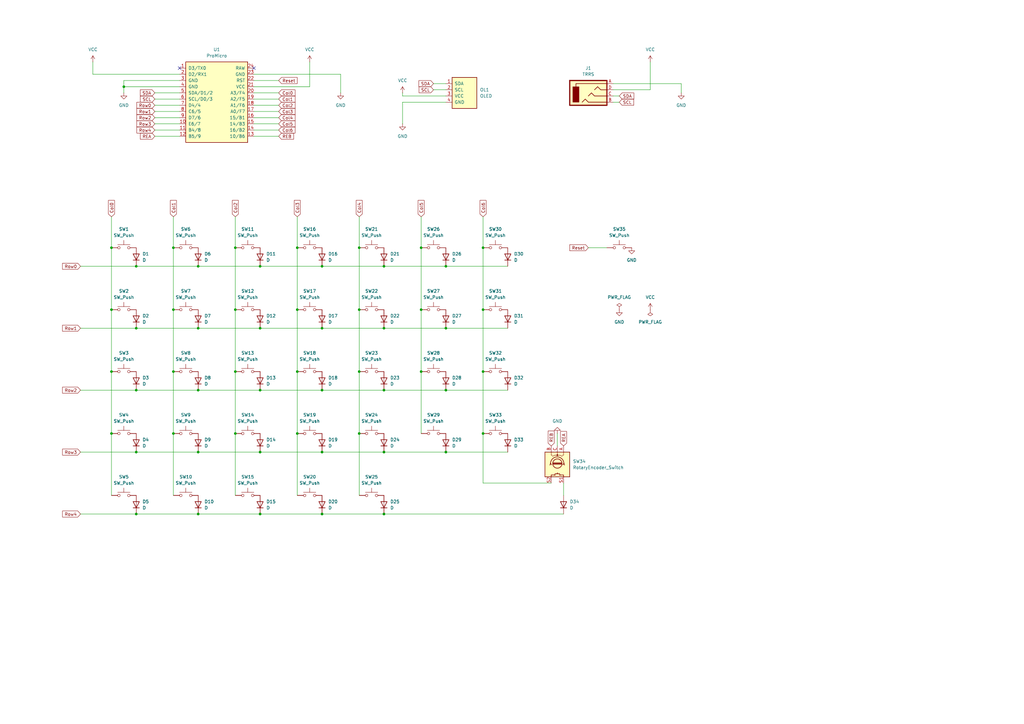
<source format=kicad_sch>
(kicad_sch (version 20231120) (generator "eeschema") (generator_version "8.0")
  (paper "A3")
  (lib_symbols
    (symbol "BrownSugar_KBD:OLED" (pin_names (offset 1.016))
      (property "Reference" "OL" (at 0 7.62 0))
      (property "Value" "OLED" (at 0 -7.62 0))
      (symbol "OLED_0_1"
        (rectangle (start -5.08 6.35) (end 5.08 -6.35) (stroke (width 0.254)) (fill (type background)))
      )
      (symbol "OLED_1_1"
        (pin bidirectional line (at -7.62 3.81 0) (length 2.54) (name "SDA") (number "1"))
        (pin bidirectional line (at -7.62 1.27 0) (length 2.54) (name "SCL") (number "2"))
        (pin power_in line (at -7.62 -1.27 0) (length 2.54) (name "VCC") (number "3"))
        (pin power_in line (at -7.62 -3.81 0) (length 2.54) (name "GND") (number "4"))
      )
    )
    (symbol "BrownSugar_KBD:ProMicro" (pin_names (offset 1.016))
      (property "Reference" "U" (at 0 17.78 0))
      (property "Value" "ProMicro" (at 0 -17.78 0))
      (symbol "ProMicro_0_1"
        (rectangle (start -12.7 16.51) (end 12.7 -16.51) (stroke (width 0.254)) (fill (type background)))
      )
      (symbol "ProMicro_1_1"
        (pin bidirectional line (at -15.24 13.97 0) (length 2.54) (name "D3/TX0") (number "1"))
        (pin bidirectional line (at -15.24 -8.89 0) (length 2.54) (name "E6/7") (number "10"))
        (pin bidirectional line (at -15.24 -11.43 0) (length 2.54) (name "B4/8") (number "11"))
        (pin bidirectional line (at -15.24 -13.97 0) (length 2.54) (name "B5/9") (number "12"))
        (pin bidirectional line (at 15.24 -13.97 180) (length 2.54) (name "10/B6") (number "13"))
        (pin bidirectional line (at 15.24 -11.43 180) (length 2.54) (name "16/B2") (number "14"))
        (pin bidirectional line (at 15.24 -8.89 180) (length 2.54) (name "14/B3") (number "15"))
        (pin bidirectional line (at 15.24 -6.35 180) (length 2.54) (name "15/B1") (number "16"))
        (pin bidirectional line (at 15.24 -3.81 180) (length 2.54) (name "A0/F7") (number "17"))
        (pin bidirectional line (at 15.24 -1.27 180) (length 2.54) (name "A1/F6") (number "18"))
        (pin bidirectional line (at 15.24 1.27 180) (length 2.54) (name "A2/F5") (number "19"))
        (pin bidirectional line (at -15.24 11.43 0) (length 2.54) (name "D2/RX1") (number "2"))
        (pin bidirectional line (at 15.24 3.81 180) (length 2.54) (name "A3/F4") (number "20"))
        (pin power_in line (at 15.24 6.35 180) (length 2.54) (name "VCC") (number "21"))
        (pin input line (at 15.24 8.89 180) (length 2.54) (name "RST") (number "22"))
        (pin power_in line (at 15.24 11.43 180) (length 2.54) (name "GND") (number "23"))
        (pin power_in line (at 15.24 13.97 180) (length 2.54) (name "RAW") (number "24"))
        (pin power_in line (at -15.24 8.89 0) (length 2.54) (name "GND") (number "3"))
        (pin power_in line (at -15.24 6.35 0) (length 2.54) (name "GND") (number "4"))
        (pin bidirectional line (at -15.24 3.81 0) (length 2.54) (name "SDA/D1/2") (number "5"))
        (pin bidirectional line (at -15.24 1.27 0) (length 2.54) (name "SCL/D0/3") (number "6"))
        (pin bidirectional line (at -15.24 -1.27 0) (length 2.54) (name "D4/4") (number "7"))
        (pin bidirectional line (at -15.24 -3.81 0) (length 2.54) (name "C6/5") (number "8"))
        (pin bidirectional line (at -15.24 -6.35 0) (length 2.54) (name "D7/6") (number "9"))
      )
    )
    (symbol "BrownSugar_KBD:TRRS" (pin_names (offset 1.016))
      (property "Reference" "J" (at 0 8.89 0))
      (property "Value" "TRRS" (at 0 6.35 0))
      (symbol "TRRS_0_1"
        (rectangle (start -7.62 5.08) (end 7.62 -5.08) (stroke (width 0.508)) (fill (type background)))
        (rectangle (start -6.35 2.54) (end -3.81 -3.81) (stroke (width 0.127)) (fill (type outline)))
        (polyline (pts (xy 7.62 3.81) (xy -5.08 3.81) (xy -5.08 2.54)) (stroke (width 0.254)))
        (polyline (pts (xy 7.62 -3.81) (xy 0 -3.81) (xy -1.27 -2.54) (xy -2.54 -3.81)) (stroke (width 0.254)))
        (polyline (pts (xy 7.62 -1.27) (xy 2.54 -1.27) (xy 1.27 0) (xy 0 -1.27)) (stroke (width 0.254)))
        (polyline (pts (xy 7.62 1.27) (xy 5.08 1.27) (xy 3.81 2.54) (xy 2.54 1.27)) (stroke (width 0.254)))
      )
      (symbol "TRRS_1_1"
        (pin bidirectional line (at 10.16 3.81 180) (length 2.54) (name "~") (number "A"))
        (pin bidirectional line (at 10.16 -3.81 180) (length 2.54) (name "~") (number "B"))
        (pin bidirectional line (at 10.16 -1.27 180) (length 2.54) (name "~") (number "C"))
        (pin bidirectional line (at 10.16 1.27 180) (length 2.54) (name "~") (number "D"))
      )
    )
    (symbol "Device:D" (pin_numbers hide) (pin_names (offset 1.016) hide)
      (property "Reference" "D" (at 0 2.54 0))
      (property "Value" "D" (at 0 -2.54 0))
      (symbol "D_0_1"
        (polyline (pts (xy -1.27 1.27) (xy -1.27 -1.27)) (stroke (width 0.254)))
        (polyline (pts (xy 1.27 0) (xy -1.27 0)))
        (polyline (pts (xy 1.27 1.27) (xy 1.27 -1.27) (xy -1.27 0) (xy 1.27 1.27)) (stroke (width 0.254)))
      )
      (symbol "D_1_1"
        (pin passive line (at -3.81 0 0) (length 2.54) (name "K") (number "1"))
        (pin passive line (at 3.81 0 180) (length 2.54) (name "A") (number "2"))
      )
    )
    (symbol "Device:RotaryEncoder_Switch" (pin_names (offset 0.254) hide)
      (property "Reference" "SW" (at 0 6.604 0))
      (property "Value" "RotaryEncoder_Switch" (at 0 -6.604 0))
      (symbol "RotaryEncoder_Switch_0_1"
        (rectangle (start -5.08 5.08) (end 5.08 -5.08) (stroke (width 0.254)) (fill (type background)))
        (circle (center -3.81 0) (radius 0.254) (fill (type outline)))
        (circle (center -0.381 0) (radius 1.905) (stroke (width 0.254)))
        (arc (start -0.381 2.667) (mid -3.0988 -0.0635) (end -0.381 -2.794) (stroke (width 0.254)))
        (polyline (pts (xy -0.635 -1.778) (xy -0.635 1.778)) (stroke (width 0.254)))
        (polyline (pts (xy -0.381 -1.778) (xy -0.381 1.778)) (stroke (width 0.254)))
        (polyline (pts (xy -0.127 1.778) (xy -0.127 -1.778)) (stroke (width 0.254)))
        (polyline (pts (xy 3.81 0) (xy 3.429 0)) (stroke (width 0.254)))
        (polyline (pts (xy 3.81 1.016) (xy 3.81 -1.016)) (stroke (width 0.254)))
        (polyline (pts (xy -5.08 -2.54) (xy -3.81 -2.54) (xy -3.81 -2.032)))
        (polyline (pts (xy -5.08 2.54) (xy -3.81 2.54) (xy -3.81 2.032)))
        (polyline (pts (xy 0.254 -3.048) (xy -0.508 -2.794) (xy 0.127 -2.413)) (stroke (width 0.254)))
        (polyline (pts (xy 0.254 2.921) (xy -0.508 2.667) (xy 0.127 2.286)) (stroke (width 0.254)))
        (polyline (pts (xy 5.08 -2.54) (xy 4.318 -2.54) (xy 4.318 -1.016)) (stroke (width 0.254)))
        (polyline (pts (xy 5.08 2.54) (xy 4.318 2.54) (xy 4.318 1.016)) (stroke (width 0.254)))
        (polyline (pts (xy -5.08 0) (xy -3.81 0) (xy -3.81 -1.016) (xy -3.302 -2.032)))
        (polyline (pts (xy -4.318 0) (xy -3.81 0) (xy -3.81 1.016) (xy -3.302 2.032)))
        (circle (center 4.318 -1.016) (radius 0.127) (stroke (width 0.254)))
        (circle (center 4.318 1.016) (radius 0.127) (stroke (width 0.254)))
      )
      (symbol "RotaryEncoder_Switch_1_1"
        (pin passive line (at -7.62 2.54 0) (length 2.54) (name "A") (number "A"))
        (pin passive line (at -7.62 -2.54 0) (length 2.54) (name "B") (number "B"))
        (pin passive line (at -7.62 0 0) (length 2.54) (name "C") (number "C"))
        (pin passive line (at 7.62 2.54 180) (length 2.54) (name "S1") (number "S1"))
        (pin passive line (at 7.62 -2.54 180) (length 2.54) (name "S2") (number "S2"))
      )
    )
    (symbol "Switch:SW_Push" (pin_numbers hide) (pin_names (offset 1.016) hide)
      (property "Reference" "SW" (at 1.27 2.54 0))
      (property "Value" "SW_Push" (at 0 -1.524 0))
      (symbol "SW_Push_0_1"
        (circle (center -2.032 0) (radius 0.508))
        (polyline (pts (xy 0 1.27) (xy 0 3.048)))
        (polyline (pts (xy 2.54 1.27) (xy -2.54 1.27)))
        (circle (center 2.032 0) (radius 0.508))
        (pin passive line (at -5.08 0 0) (length 2.54) (name "1") (number "1"))
        (pin passive line (at 5.08 0 180) (length 2.54) (name "2") (number "2"))
      )
    )
    (symbol "power:GND" (power) (pin_numbers hide) (pin_names (offset 0) hide)
      (property "Value" "GND" (at 0 -3.81 0))
      (symbol "GND_0_1"
        (polyline (pts (xy 0 0) (xy 0 -1.27) (xy 1.27 -1.27) (xy 0 -2.54) (xy -1.27 -1.27) (xy 0 -1.27)))
      )
      (symbol "GND_1_1"
        (pin power_in line (at 0 0 270) (length 0) (name "~") (number "1"))
      )
    )
    (symbol "power:PWR_FLAG" (power) (pin_numbers hide) (pin_names (offset 0) hide)
      (property "Value" "PWR_FLAG" (at 0 3.81 0))
      (symbol "PWR_FLAG_0_0"
        (pin power_out line (at 0 0 90) (length 0) (name "~") (number "1"))
      )
      (symbol "PWR_FLAG_0_1"
        (polyline (pts (xy 0 0) (xy 0 1.27) (xy -1.016 1.905) (xy 0 2.54) (xy 1.016 1.905) (xy 0 1.27)))
      )
    )
    (symbol "power:VCC" (power) (pin_numbers hide) (pin_names (offset 0) hide)
      (property "Value" "VCC" (at 0 3.556 0))
      (symbol "VCC_0_1"
        (polyline (pts (xy -0.762 1.27) (xy 0 2.54)))
        (polyline (pts (xy 0 0) (xy 0 2.54)))
        (polyline (pts (xy 0 2.54) (xy 0.762 1.27)))
      )
      (symbol "VCC_1_1"
        (pin power_in line (at 0 0 90) (length 0) (name "~") (number "1"))
      )
    )
  )
  (junction (at 198.12 177.8))
  (junction (at 147.32 152.4))
  (junction (at 71.12 127))
  (junction (at 132.08 134.62))
  (junction (at 147.32 127))
  (junction (at 157.48 109.22))
  (junction (at 132.08 185.42))
  (junction (at 55.88 160.02))
  (junction (at 182.88 134.62))
  (junction (at 132.08 160.02))
  (junction (at 106.68 160.02))
  (junction (at 81.28 109.22))
  (junction (at 147.32 177.8))
  (junction (at 182.88 160.02))
  (junction (at 157.48 160.02))
  (junction (at 172.72 127))
  (junction (at 81.28 134.62))
  (junction (at 106.68 109.22))
  (junction (at 132.08 109.22))
  (junction (at 172.72 152.4))
  (junction (at 50.8 35.56))
  (junction (at 198.12 101.6))
  (junction (at 198.12 152.4))
  (junction (at 121.92 101.6))
  (junction (at 96.52 127))
  (junction (at 121.92 152.4))
  (junction (at 45.72 152.4))
  (junction (at 96.52 177.8))
  (junction (at 81.28 160.02))
  (junction (at 96.52 101.6))
  (junction (at 96.52 152.4))
  (junction (at 45.72 177.8))
  (junction (at 45.72 127))
  (junction (at 157.48 185.42))
  (junction (at 121.92 127))
  (junction (at 81.28 210.82))
  (junction (at 172.72 101.6))
  (junction (at 55.88 210.82))
  (junction (at 71.12 177.8))
  (junction (at 55.88 134.62))
  (junction (at 157.48 134.62))
  (junction (at 132.08 210.82))
  (junction (at 55.88 109.22))
  (junction (at 71.12 101.6))
  (junction (at 182.88 185.42))
  (junction (at 106.68 185.42))
  (junction (at 147.32 101.6))
  (junction (at 121.92 177.8))
  (junction (at 198.12 127))
  (junction (at 81.28 185.42))
  (junction (at 106.68 134.62))
  (junction (at 55.88 185.42))
  (junction (at 71.12 152.4))
  (junction (at 106.68 210.82))
  (junction (at 182.88 109.22))
  (junction (at 45.72 101.6))
  (junction (at 157.48 210.82))
  (no_connect (at 73.66 27.94))
  (no_connect (at 104.14 27.94))
  (wire (pts (xy 172.72 152.4) (xy 172.72 177.8)))
  (wire (pts (xy 104.14 35.56) (xy 127 35.56)))
  (wire (pts (xy 106.68 109.22) (xy 132.08 109.22)))
  (wire (pts (xy 63.5 45.72) (xy 73.66 45.72)))
  (wire (pts (xy 104.14 43.18) (xy 114.3 43.18)))
  (wire (pts (xy 139.7 30.48) (xy 139.7 38.1)))
  (wire (pts (xy 96.52 177.8) (xy 96.52 203.2)))
  (wire (pts (xy 147.32 88.9) (xy 147.32 101.6)))
  (wire (pts (xy 228.6 177.8) (xy 228.6 182.88)))
  (wire (pts (xy 104.14 55.88) (xy 114.3 55.88)))
  (wire (pts (xy 266.7 36.83) (xy 266.7 25.4)))
  (wire (pts (xy 132.08 185.42) (xy 157.48 185.42)))
  (wire (pts (xy 165.1 50.8) (xy 165.1 41.91)))
  (wire (pts (xy 96.52 127) (xy 96.52 152.4)))
  (wire (pts (xy 121.92 152.4) (xy 121.92 177.8)))
  (wire (pts (xy 182.88 39.37) (xy 165.1 39.37)))
  (wire (pts (xy 104.14 53.34) (xy 114.3 53.34)))
  (wire (pts (xy 104.14 45.72) (xy 114.3 45.72)))
  (wire (pts (xy 132.08 109.22) (xy 157.48 109.22)))
  (wire (pts (xy 147.32 177.8) (xy 147.32 203.2)))
  (wire (pts (xy 182.88 134.62) (xy 208.28 134.62)))
  (wire (pts (xy 132.08 134.62) (xy 157.48 134.62)))
  (wire (pts (xy 96.52 152.4) (xy 96.52 177.8)))
  (wire (pts (xy 81.28 210.82) (xy 106.68 210.82)))
  (wire (pts (xy 45.72 177.8) (xy 45.72 203.2)))
  (wire (pts (xy 251.46 41.91) (xy 254 41.91)))
  (wire (pts (xy 182.88 185.42) (xy 208.28 185.42)))
  (wire (pts (xy 198.12 101.6) (xy 198.12 127)))
  (wire (pts (xy 121.92 101.6) (xy 121.92 127)))
  (wire (pts (xy 157.48 210.82) (xy 231.14 210.82)))
  (wire (pts (xy 33.02 109.22) (xy 55.88 109.22)))
  (wire (pts (xy 182.88 160.02) (xy 208.28 160.02)))
  (wire (pts (xy 241.3 101.6) (xy 248.92 101.6)))
  (wire (pts (xy 157.48 185.42) (xy 182.88 185.42)))
  (wire (pts (xy 104.14 40.64) (xy 114.3 40.64)))
  (wire (pts (xy 147.32 152.4) (xy 147.32 177.8)))
  (wire (pts (xy 45.72 127) (xy 45.72 152.4)))
  (wire (pts (xy 63.5 43.18) (xy 73.66 43.18)))
  (wire (pts (xy 226.06 198.12) (xy 198.12 198.12)))
  (wire (pts (xy 96.52 101.6) (xy 96.52 127)))
  (wire (pts (xy 96.52 88.9) (xy 96.52 101.6)))
  (wire (pts (xy 71.12 152.4) (xy 71.12 177.8)))
  (wire (pts (xy 182.88 109.22) (xy 208.28 109.22)))
  (wire (pts (xy 33.02 185.42) (xy 55.88 185.42)))
  (wire (pts (xy 104.14 38.1) (xy 114.3 38.1)))
  (wire (pts (xy 198.12 198.12) (xy 198.12 177.8)))
  (wire (pts (xy 104.14 30.48) (xy 139.7 30.48)))
  (wire (pts (xy 33.02 134.62) (xy 55.88 134.62)))
  (wire (pts (xy 33.02 210.82) (xy 55.88 210.82)))
  (wire (pts (xy 132.08 210.82) (xy 157.48 210.82)))
  (wire (pts (xy 73.66 33.02) (xy 50.8 33.02)))
  (wire (pts (xy 81.28 109.22) (xy 106.68 109.22)))
  (wire (pts (xy 121.92 88.9) (xy 121.92 101.6)))
  (wire (pts (xy 38.1 30.48) (xy 38.1 25.4)))
  (wire (pts (xy 106.68 160.02) (xy 132.08 160.02)))
  (wire (pts (xy 55.88 160.02) (xy 81.28 160.02)))
  (wire (pts (xy 63.5 40.64) (xy 73.66 40.64)))
  (wire (pts (xy 121.92 127) (xy 121.92 152.4)))
  (wire (pts (xy 63.5 50.8) (xy 73.66 50.8)))
  (wire (pts (xy 71.12 177.8) (xy 71.12 203.2)))
  (wire (pts (xy 279.4 34.29) (xy 279.4 38.1)))
  (wire (pts (xy 55.88 185.42) (xy 81.28 185.42)))
  (wire (pts (xy 172.72 88.9) (xy 172.72 101.6)))
  (wire (pts (xy 55.88 134.62) (xy 81.28 134.62)))
  (wire (pts (xy 106.68 210.82) (xy 132.08 210.82)))
  (wire (pts (xy 121.92 177.8) (xy 121.92 203.2)))
  (wire (pts (xy 55.88 210.82) (xy 81.28 210.82)))
  (wire (pts (xy 81.28 160.02) (xy 106.68 160.02)))
  (wire (pts (xy 63.5 38.1) (xy 73.66 38.1)))
  (wire (pts (xy 165.1 41.91) (xy 182.88 41.91)))
  (wire (pts (xy 55.88 109.22) (xy 81.28 109.22)))
  (wire (pts (xy 63.5 48.26) (xy 73.66 48.26)))
  (wire (pts (xy 198.12 152.4) (xy 198.12 177.8)))
  (wire (pts (xy 251.46 36.83) (xy 266.7 36.83)))
  (wire (pts (xy 106.68 185.42) (xy 132.08 185.42)))
  (wire (pts (xy 198.12 88.9) (xy 198.12 101.6)))
  (wire (pts (xy 177.8 34.29) (xy 182.88 34.29)))
  (wire (pts (xy 177.8 36.83) (xy 182.88 36.83)))
  (wire (pts (xy 147.32 127) (xy 147.32 152.4)))
  (wire (pts (xy 132.08 160.02) (xy 157.48 160.02)))
  (wire (pts (xy 251.46 39.37) (xy 254 39.37)))
  (wire (pts (xy 157.48 160.02) (xy 182.88 160.02)))
  (wire (pts (xy 198.12 127) (xy 198.12 152.4)))
  (wire (pts (xy 63.5 55.88) (xy 73.66 55.88)))
  (wire (pts (xy 73.66 30.48) (xy 38.1 30.48)))
  (wire (pts (xy 71.12 88.9) (xy 71.12 101.6)))
  (wire (pts (xy 172.72 101.6) (xy 172.72 127)))
  (wire (pts (xy 104.14 33.02) (xy 114.3 33.02)))
  (wire (pts (xy 104.14 50.8) (xy 114.3 50.8)))
  (wire (pts (xy 63.5 53.34) (xy 73.66 53.34)))
  (wire (pts (xy 33.02 160.02) (xy 55.88 160.02)))
  (wire (pts (xy 165.1 39.37) (xy 165.1 38.1)))
  (wire (pts (xy 71.12 127) (xy 71.12 152.4)))
  (wire (pts (xy 104.14 48.26) (xy 114.3 48.26)))
  (wire (pts (xy 50.8 35.56) (xy 73.66 35.56)))
  (wire (pts (xy 157.48 134.62) (xy 182.88 134.62)))
  (wire (pts (xy 231.14 203.2) (xy 231.14 198.12)))
  (wire (pts (xy 50.8 33.02) (xy 50.8 35.56)))
  (wire (pts (xy 81.28 185.42) (xy 106.68 185.42)))
  (wire (pts (xy 172.72 127) (xy 172.72 152.4)))
  (wire (pts (xy 157.48 109.22) (xy 182.88 109.22)))
  (wire (pts (xy 127 25.4) (xy 127 35.56)))
  (wire (pts (xy 81.28 134.62) (xy 106.68 134.62)))
  (wire (pts (xy 45.72 101.6) (xy 45.72 127)))
  (wire (pts (xy 50.8 35.56) (xy 50.8 38.1)))
  (wire (pts (xy 45.72 152.4) (xy 45.72 177.8)))
  (wire (pts (xy 106.68 134.62) (xy 132.08 134.62)))
  (wire (pts (xy 45.72 88.9) (xy 45.72 101.6)))
  (wire (pts (xy 71.12 101.6) (xy 71.12 127)))
  (wire (pts (xy 147.32 101.6) (xy 147.32 127)))
  (wire (pts (xy 251.46 34.29) (xy 279.4 34.29)))
  (global_label "Row2" (shape input) (at 33.02 160.02 180) (property "Intersheetrefs" "${INTERSHEET_REFS}" (effects (hide yes))))
  (global_label "SDA" (shape input) (at 254 39.37 0) (property "Intersheetrefs" "${INTERSHEET_REFS}" (effects (hide yes))))
  (global_label "REA" (shape input) (at 63.5 55.88 180) (property "Intersheetrefs" "${INTERSHEET_REFS}" (effects (hide yes))))
  (global_label "Row4" (shape input) (at 63.5 53.34 180) (property "Intersheetrefs" "${INTERSHEET_REFS}" (effects (hide yes))))
  (global_label "REB" (shape input) (at 114.3 55.88 0) (property "Intersheetrefs" "${INTERSHEET_REFS}" (effects (hide yes))))
  (global_label "Row1" (shape input) (at 33.02 134.62 180) (property "Intersheetrefs" "${INTERSHEET_REFS}" (effects (hide yes))))
  (global_label "Row4" (shape input) (at 33.02 210.82 180) (property "Intersheetrefs" "${INTERSHEET_REFS}" (effects (hide yes))))
  (global_label "Col4" (shape input) (at 147.32 88.9 90) (property "Intersheetrefs" "${INTERSHEET_REFS}" (effects (hide yes))))
  (global_label "SCL" (shape input) (at 177.8 36.83 180) (property "Intersheetrefs" "${INTERSHEET_REFS}" (effects (hide yes))))
  (global_label "Col2" (shape input) (at 96.52 88.9 90) (property "Intersheetrefs" "${INTERSHEET_REFS}" (effects (hide yes))))
  (global_label "SDA" (shape input) (at 63.5 38.1 180) (property "Intersheetrefs" "${INTERSHEET_REFS}" (effects (hide yes))))
  (global_label "REB" (shape input) (at 226.06 182.88 90) (property "Intersheetrefs" "${INTERSHEET_REFS}" (effects (hide yes))))
  (global_label "Col1" (shape input) (at 114.3 40.64 0) (property "Intersheetrefs" "${INTERSHEET_REFS}" (effects (hide yes))))
  (global_label "Col0" (shape input) (at 114.3 38.1 0) (property "Intersheetrefs" "${INTERSHEET_REFS}" (effects (hide yes))))
  (global_label "Row0" (shape input) (at 33.02 109.22 180) (property "Intersheetrefs" "${INTERSHEET_REFS}" (effects (hide yes))))
  (global_label "Col4" (shape input) (at 114.3 48.26 0) (property "Intersheetrefs" "${INTERSHEET_REFS}" (effects (hide yes))))
  (global_label "Row3" (shape input) (at 33.02 185.42 180) (property "Intersheetrefs" "${INTERSHEET_REFS}" (effects (hide yes))))
  (global_label "SDA" (shape input) (at 177.8 34.29 180) (property "Intersheetrefs" "${INTERSHEET_REFS}" (effects (hide yes))))
  (global_label "Col5" (shape input) (at 172.72 88.9 90) (property "Intersheetrefs" "${INTERSHEET_REFS}" (effects (hide yes))))
  (global_label "Row0" (shape input) (at 63.5 43.18 180) (property "Intersheetrefs" "${INTERSHEET_REFS}" (effects (hide yes))))
  (global_label "Col5" (shape input) (at 114.3 50.8 0) (property "Intersheetrefs" "${INTERSHEET_REFS}" (effects (hide yes))))
  (global_label "Row1" (shape input) (at 63.5 45.72 180) (property "Intersheetrefs" "${INTERSHEET_REFS}" (effects (hide yes))))
  (global_label "REA" (shape input) (at 231.14 182.88 90) (property "Intersheetrefs" "${INTERSHEET_REFS}" (effects (hide yes))))
  (global_label "Col6" (shape input) (at 114.3 53.34 0) (property "Intersheetrefs" "${INTERSHEET_REFS}" (effects (hide yes))))
  (global_label "Col6" (shape input) (at 198.12 88.9 90) (property "Intersheetrefs" "${INTERSHEET_REFS}" (effects (hide yes))))
  (global_label "Col3" (shape input) (at 121.92 88.9 90) (property "Intersheetrefs" "${INTERSHEET_REFS}" (effects (hide yes))))
  (global_label "Row2" (shape input) (at 63.5 48.26 180) (property "Intersheetrefs" "${INTERSHEET_REFS}" (effects (hide yes))))
  (global_label "Row3" (shape input) (at 63.5 50.8 180) (property "Intersheetrefs" "${INTERSHEET_REFS}" (effects (hide yes))))
  (global_label "SCL" (shape input) (at 254 41.91 0) (property "Intersheetrefs" "${INTERSHEET_REFS}" (effects (hide yes))))
  (global_label "Col3" (shape input) (at 114.3 45.72 0) (property "Intersheetrefs" "${INTERSHEET_REFS}" (effects (hide yes))))
  (global_label "Reset" (shape input) (at 241.3 101.6 180) (property "Intersheetrefs" "${INTERSHEET_REFS}" (effects (hide yes))))
  (global_label "SCL" (shape input) (at 63.5 40.64 180) (property "Intersheetrefs" "${INTERSHEET_REFS}" (effects (hide yes))))
  (global_label "Col2" (shape input) (at 114.3 43.18 0) (property "Intersheetrefs" "${INTERSHEET_REFS}" (effects (hide yes))))
  (global_label "Reset" (shape input) (at 114.3 33.02 0) (property "Intersheetrefs" "${INTERSHEET_REFS}" (effects (hide yes))))
  (global_label "Col0" (shape input) (at 45.72 88.9 90) (property "Intersheetrefs" "${INTERSHEET_REFS}" (effects (hide yes))))
  (global_label "Col1" (shape input) (at 71.12 88.9 90) (property "Intersheetrefs" "${INTERSHEET_REFS}" (effects (hide yes))))
  (symbol (lib_id "BrownSugar_KBD:ProMicro") (at 88.9 41.91 0) (unit 1)
    (property "Reference" "U1" (at 88.9 20.32 0))
    (property "Value" "ProMicro" (at 88.9 22.86 0))
    (property "Footprint" "BrownSugar_KBD:ProMicro_r" (effects (hide yes)))
  )
  (symbol (lib_id "Device:D") (at 208.28 105.41 90) (unit 1)
    (property "Reference" "D30" (at 210.82 104.1399 90) (effects (justify right)))
    (property "Value" "D" (at 210.82 106.6799 90) (effects (justify right)))
    (property "Footprint" "kbd_Parts:Diode_SMD" (effects (hide yes)))
    (property "Description" "Diode" (effects (hide yes)))
    (property "Sim.Device" "D" (effects (hide yes)))
    (property "Sim.Pins" "1=K 2=A" (effects (hide yes)))
  )
  (symbol (lib_id "power:GND") (at 254 127 0) (unit 1)
    (property "Reference" "#PWR01" (effects (hide yes)))
    (property "Value" "GND" (at 254 132.08 0))
    (property "Description" "Power symbol creates a global label with name \"GND\" , ground" (effects (hide yes)))
  )
  (symbol (lib_id "Switch:SW_Push") (at 50.8 152.4 0) (mirror y) (unit 1)
    (property "Reference" "SW3" (at 50.8 144.78 0))
    (property "Value" "SW_Push" (at 50.8 147.32 0))
    (property "Footprint" "kbd_SW:Choc_Hotswap_1u" (effects (hide yes)))
    (property "Description" "Push button switch, generic, two pins" (effects (hide yes)))
  )
  (symbol (lib_id "power:VCC") (at 38.1 25.4 0) (unit 1)
    (property "Reference" "#PWR09" (effects (hide yes)))
    (property "Value" "VCC" (at 38.1 20.32 0))
    (property "Description" "Power symbol creates a global label with name \"VCC\"" (effects (hide yes)))
  )
  (symbol (lib_id "Device:D") (at 208.28 181.61 90) (unit 1)
    (property "Reference" "D33" (at 210.82 180.3399 90) (effects (justify right)))
    (property "Value" "D" (at 210.82 182.8799 90) (effects (justify right)))
    (property "Footprint" "kbd_Parts:Diode_SMD" (effects (hide yes)))
    (property "Description" "Diode" (effects (hide yes)))
    (property "Sim.Device" "D" (effects (hide yes)))
    (property "Sim.Pins" "1=K 2=A" (effects (hide yes)))
  )
  (symbol (lib_id "power:PWR_FLAG") (at 254 127 0) (unit 1)
    (property "Reference" "#FLG01" (effects (hide yes)))
    (property "Value" "PWR_FLAG" (at 254 121.92 0))
    (property "Description" "Special symbol for telling ERC where power comes from" (effects (hide yes)))
  )
  (symbol (lib_id "power:GND") (at 279.4 38.1 0) (unit 1)
    (property "Reference" "#PWR07" (effects (hide yes)))
    (property "Value" "GND" (at 279.4 43.18 0))
    (property "Description" "Power symbol creates a global label with name \"GND\" , ground" (effects (hide yes)))
  )
  (symbol (lib_id "Device:D") (at 81.28 207.01 90) (unit 1)
    (property "Reference" "D10" (at 83.82 205.7399 90) (effects (justify right)))
    (property "Value" "D" (at 83.82 208.2799 90) (effects (justify right)))
    (property "Footprint" "kbd_Parts:Diode_SMD" (effects (hide yes)))
    (property "Description" "Diode" (effects (hide yes)))
    (property "Sim.Device" "D" (effects (hide yes)))
    (property "Sim.Pins" "1=K 2=A" (effects (hide yes)))
  )
  (symbol (lib_id "power:PWR_FLAG") (at 266.7 127 180) (unit 1)
    (property "Reference" "#FLG02" (effects (hide yes)))
    (property "Value" "PWR_FLAG" (at 266.7 132.08 0))
    (property "Description" "Special symbol for telling ERC where power comes from" (effects (hide yes)))
  )
  (symbol (lib_id "Switch:SW_Push") (at 152.4 203.2 0) (mirror y) (unit 1)
    (property "Reference" "SW25" (at 152.4 195.58 0))
    (property "Value" "SW_Push" (at 152.4 198.12 0))
    (property "Footprint" "kbd_SW:Choc_Hotswap_2u_Stab" (effects (hide yes)))
    (property "Description" "Push button switch, generic, two pins" (effects (hide yes)))
  )
  (symbol (lib_id "Switch:SW_Push") (at 177.8 152.4 0) (mirror y) (unit 1)
    (property "Reference" "SW28" (at 177.8 144.78 0))
    (property "Value" "SW_Push" (at 177.8 147.32 0))
    (property "Footprint" "kbd_SW:Choc_Hotswap_1u" (effects (hide yes)))
    (property "Description" "Push button switch, generic, two pins" (effects (hide yes)))
  )
  (symbol (lib_id "Switch:SW_Push") (at 50.8 203.2 0) (mirror y) (unit 1)
    (property "Reference" "SW5" (at 50.8 195.58 0))
    (property "Value" "SW_Push" (at 50.8 198.12 0))
    (property "Footprint" "kbd_SW:Choc_Hotswap_1u" (effects (hide yes)))
    (property "Description" "Push button switch, generic, two pins" (effects (hide yes)))
  )
  (symbol (lib_id "Switch:SW_Push") (at 203.2 127 0) (mirror y) (unit 1)
    (property "Reference" "SW31" (at 203.2 119.38 0))
    (property "Value" "SW_Push" (at 203.2 121.92 0))
    (property "Footprint" "kbd_SW:Choc_Hotswap_1u" (effects (hide yes)))
    (property "Description" "Push button switch, generic, two pins" (effects (hide yes)))
  )
  (symbol (lib_id "Switch:SW_Push") (at 76.2 177.8 0) (mirror y) (unit 1)
    (property "Reference" "SW9" (at 76.2 170.18 0))
    (property "Value" "SW_Push" (at 76.2 172.72 0))
    (property "Footprint" "kbd_SW:Choc_Hotswap_1u" (effects (hide yes)))
    (property "Description" "Push button switch, generic, two pins" (effects (hide yes)))
  )
  (symbol (lib_id "Device:D") (at 55.88 156.21 90) (unit 1)
    (property "Reference" "D3" (at 58.42 154.9399 90) (effects (justify right)))
    (property "Value" "D" (at 58.42 157.4799 90) (effects (justify right)))
    (property "Footprint" "kbd_Parts:Diode_SMD" (effects (hide yes)))
    (property "Description" "Diode" (effects (hide yes)))
    (property "Sim.Device" "D" (effects (hide yes)))
    (property "Sim.Pins" "1=K 2=A" (effects (hide yes)))
  )
  (symbol (lib_id "Device:D") (at 106.68 207.01 90) (unit 1)
    (property "Reference" "D15" (at 109.22 205.7399 90) (effects (justify right)))
    (property "Value" "D" (at 109.22 208.2799 90) (effects (justify right)))
    (property "Footprint" "kbd_Parts:Diode_SMD" (effects (hide yes)))
    (property "Description" "Diode" (effects (hide yes)))
    (property "Sim.Device" "D" (effects (hide yes)))
    (property "Sim.Pins" "1=K 2=A" (effects (hide yes)))
  )
  (symbol (lib_id "Switch:SW_Push") (at 177.8 101.6 0) (mirror y) (unit 1)
    (property "Reference" "SW26" (at 177.8 93.98 0))
    (property "Value" "SW_Push" (at 177.8 96.52 0))
    (property "Footprint" "kbd_SW:Choc_Hotswap_1u" (effects (hide yes)))
    (property "Description" "Push button switch, generic, two pins" (effects (hide yes)))
  )
  (symbol (lib_id "power:GND") (at 259.08 101.6 0) (unit 1)
    (property "Reference" "#PWR08" (effects (hide yes)))
    (property "Value" "GND" (at 259.08 106.68 0))
    (property "Description" "Power symbol creates a global label with name \"GND\" , ground" (effects (hide yes)))
  )
  (symbol (lib_id "Device:D") (at 81.28 156.21 90) (unit 1)
    (property "Reference" "D8" (at 83.82 154.9399 90) (effects (justify right)))
    (property "Value" "D" (at 83.82 157.4799 90) (effects (justify right)))
    (property "Footprint" "kbd_Parts:Diode_SMD" (effects (hide yes)))
    (property "Description" "Diode" (effects (hide yes)))
    (property "Sim.Device" "D" (effects (hide yes)))
    (property "Sim.Pins" "1=K 2=A" (effects (hide yes)))
  )
  (symbol (lib_id "Switch:SW_Push") (at 50.8 101.6 0) (mirror y) (unit 1)
    (property "Reference" "SW1" (at 50.8 93.98 0))
    (property "Value" "SW_Push" (at 50.8 96.52 0))
    (property "Footprint" "kbd_SW:Choc_Hotswap_1u" (effects (hide yes)))
    (property "Description" "Push button switch, generic, two pins" (effects (hide yes)))
  )
  (symbol (lib_id "Switch:SW_Push") (at 203.2 101.6 0) (mirror y) (unit 1)
    (property "Reference" "SW30" (at 203.2 93.98 0))
    (property "Value" "SW_Push" (at 203.2 96.52 0))
    (property "Footprint" "kbd_SW:Choc_Hotswap_1u" (effects (hide yes)))
    (property "Description" "Push button switch, generic, two pins" (effects (hide yes)))
  )
  (symbol (lib_id "power:VCC") (at 266.7 127 0) (unit 1)
    (property "Reference" "#PWR02" (effects (hide yes)))
    (property "Value" "VCC" (at 266.7 121.92 0))
    (property "Description" "Power symbol creates a global label with name \"VCC\"" (effects (hide yes)))
  )
  (symbol (lib_id "Device:D") (at 81.28 105.41 90) (unit 1)
    (property "Reference" "D6" (at 83.82 104.1399 90) (effects (justify right)))
    (property "Value" "D" (at 83.82 106.6799 90) (effects (justify right)))
    (property "Footprint" "kbd_Parts:Diode_SMD" (effects (hide yes)))
    (property "Description" "Diode" (effects (hide yes)))
    (property "Sim.Device" "D" (effects (hide yes)))
    (property "Sim.Pins" "1=K 2=A" (effects (hide yes)))
  )
  (symbol (lib_id "Switch:SW_Push") (at 101.6 127 0) (mirror y) (unit 1)
    (property "Reference" "SW12" (at 101.6 119.38 0))
    (property "Value" "SW_Push" (at 101.6 121.92 0))
    (property "Footprint" "kbd_SW:Choc_Hotswap_1u" (effects (hide yes)))
    (property "Description" "Push button switch, generic, two pins" (effects (hide yes)))
  )
  (symbol (lib_id "Switch:SW_Push") (at 76.2 203.2 0) (mirror y) (unit 1)
    (property "Reference" "SW10" (at 76.2 195.58 0))
    (property "Value" "SW_Push" (at 76.2 198.12 0))
    (property "Footprint" "kbd_SW:Choc_Hotswap_1u" (effects (hide yes)))
    (property "Description" "Push button switch, generic, two pins" (effects (hide yes)))
  )
  (symbol (lib_id "power:VCC") (at 127 25.4 0) (unit 1)
    (property "Reference" "#PWR04" (effects (hide yes)))
    (property "Value" "VCC" (at 127 20.32 0))
    (property "Description" "Power symbol creates a global label with name \"VCC\"" (effects (hide yes)))
  )
  (symbol (lib_id "BrownSugar_KBD:OLED") (at 190.5 38.1 0) (unit 1)
    (property "Reference" "OL1" (at 196.85 36.8299 0) (effects (justify left)))
    (property "Value" "OLED" (at 196.85 39.3699 0) (effects (justify left)))
    (property "Footprint" "BrownSugar_KBD:OLED_center_module" (effects (hide yes)))
  )
  (symbol (lib_id "Switch:SW_Push") (at 101.6 177.8 0) (mirror y) (unit 1)
    (property "Reference" "SW14" (at 101.6 170.18 0))
    (property "Value" "SW_Push" (at 101.6 172.72 0))
    (property "Footprint" "kbd_SW:Choc_Hotswap_1u" (effects (hide yes)))
    (property "Description" "Push button switch, generic, two pins" (effects (hide yes)))
  )
  (symbol (lib_id "Device:D") (at 106.68 105.41 90) (unit 1)
    (property "Reference" "D11" (at 109.22 104.1399 90) (effects (justify right)))
    (property "Value" "D" (at 109.22 106.6799 90) (effects (justify right)))
    (property "Footprint" "kbd_Parts:Diode_SMD" (effects (hide yes)))
    (property "Description" "Diode" (effects (hide yes)))
    (property "Sim.Device" "D" (effects (hide yes)))
    (property "Sim.Pins" "1=K 2=A" (effects (hide yes)))
  )
  (symbol (lib_id "Switch:SW_Push") (at 50.8 127 0) (mirror y) (unit 1)
    (property "Reference" "SW2" (at 50.8 119.38 0))
    (property "Value" "SW_Push" (at 50.8 121.92 0))
    (property "Footprint" "kbd_SW:Choc_Hotswap_1u" (effects (hide yes)))
    (property "Description" "Push button switch, generic, two pins" (effects (hide yes)))
  )
  (symbol (lib_id "Device:D") (at 132.08 130.81 90) (unit 1)
    (property "Reference" "D17" (at 134.62 129.5399 90) (effects (justify right)))
    (property "Value" "D" (at 134.62 132.0799 90) (effects (justify right)))
    (property "Footprint" "kbd_Parts:Diode_SMD" (effects (hide yes)))
    (property "Description" "Diode" (effects (hide yes)))
    (property "Sim.Device" "D" (effects (hide yes)))
    (property "Sim.Pins" "1=K 2=A" (effects (hide yes)))
  )
  (symbol (lib_id "Switch:SW_Push") (at 127 177.8 0) (mirror y) (unit 1)
    (property "Reference" "SW19" (at 127 170.18 0))
    (property "Value" "SW_Push" (at 127 172.72 0))
    (property "Footprint" "kbd_SW:Choc_Hotswap_1u" (effects (hide yes)))
    (property "Description" "Push button switch, generic, two pins" (effects (hide yes)))
  )
  (symbol (lib_id "Device:D") (at 157.48 207.01 90) (unit 1)
    (property "Reference" "D25" (at 160.02 205.7399 90) (effects (justify right)))
    (property "Value" "D" (at 160.02 208.2799 90) (effects (justify right)))
    (property "Footprint" "kbd_Parts:Diode_SMD" (effects (hide yes)))
    (property "Description" "Diode" (effects (hide yes)))
    (property "Sim.Device" "D" (effects (hide yes)))
    (property "Sim.Pins" "1=K 2=A" (effects (hide yes)))
  )
  (symbol (lib_id "power:GND") (at 228.6 177.8 180) (unit 1)
    (property "Reference" "#PWR010" (effects (hide yes)))
    (property "Value" "GND" (at 228.6 172.72 0))
    (property "Description" "Power symbol creates a global label with name \"GND\" , ground" (effects (hide yes)))
  )
  (symbol (lib_id "Device:D") (at 55.88 181.61 90) (unit 1)
    (property "Reference" "D4" (at 58.42 180.3399 90) (effects (justify right)))
    (property "Value" "D" (at 58.42 182.8799 90) (effects (justify right)))
    (property "Footprint" "kbd_Parts:Diode_SMD" (effects (hide yes)))
    (property "Description" "Diode" (effects (hide yes)))
    (property "Sim.Device" "D" (effects (hide yes)))
    (property "Sim.Pins" "1=K 2=A" (effects (hide yes)))
  )
  (symbol (lib_id "Device:D") (at 81.28 181.61 90) (unit 1)
    (property "Reference" "D9" (at 83.82 180.3399 90) (effects (justify right)))
    (property "Value" "D" (at 83.82 182.8799 90) (effects (justify right)))
    (property "Footprint" "kbd_Parts:Diode_SMD" (effects (hide yes)))
    (property "Description" "Diode" (effects (hide yes)))
    (property "Sim.Device" "D" (effects (hide yes)))
    (property "Sim.Pins" "1=K 2=A" (effects (hide yes)))
  )
  (symbol (lib_id "Switch:SW_Push") (at 152.4 127 0) (mirror y) (unit 1)
    (property "Reference" "SW22" (at 152.4 119.38 0))
    (property "Value" "SW_Push" (at 152.4 121.92 0))
    (property "Footprint" "kbd_SW:Choc_Hotswap_1u" (effects (hide yes)))
    (property "Description" "Push button switch, generic, two pins" (effects (hide yes)))
  )
  (symbol (lib_id "Device:D") (at 132.08 207.01 90) (unit 1)
    (property "Reference" "D20" (at 134.62 205.7399 90) (effects (justify right)))
    (property "Value" "D" (at 134.62 208.2799 90) (effects (justify right)))
    (property "Footprint" "kbd_Parts:Diode_SMD" (effects (hide yes)))
    (property "Description" "Diode" (effects (hide yes)))
    (property "Sim.Device" "D" (effects (hide yes)))
    (property "Sim.Pins" "1=K 2=A" (effects (hide yes)))
  )
  (symbol (lib_id "Device:D") (at 157.48 130.81 90) (unit 1)
    (property "Reference" "D22" (at 160.02 129.5399 90) (effects (justify right)))
    (property "Value" "D" (at 160.02 132.0799 90) (effects (justify right)))
    (property "Footprint" "kbd_Parts:Diode_SMD" (effects (hide yes)))
    (property "Description" "Diode" (effects (hide yes)))
    (property "Sim.Device" "D" (effects (hide yes)))
    (property "Sim.Pins" "1=K 2=A" (effects (hide yes)))
  )
  (symbol (lib_id "Switch:SW_Push") (at 254 101.6 0) (unit 1)
    (property "Reference" "SW35" (at 254 93.98 0))
    (property "Value" "SW_Push" (at 254 96.52 0))
    (property "Footprint" "kbd_Parts:ResetSW" (effects (hide yes)))
    (property "Description" "Push button switch, generic, two pins" (effects (hide yes)))
  )
  (symbol (lib_id "Switch:SW_Push") (at 76.2 101.6 0) (mirror y) (unit 1)
    (property "Reference" "SW6" (at 76.2 93.98 0))
    (property "Value" "SW_Push" (at 76.2 96.52 0))
    (property "Footprint" "kbd_SW:Choc_Hotswap_1u" (effects (hide yes)))
    (property "Description" "Push button switch, generic, two pins" (effects (hide yes)))
  )
  (symbol (lib_id "Switch:SW_Push") (at 101.6 152.4 0) (mirror y) (unit 1)
    (property "Reference" "SW13" (at 101.6 144.78 0))
    (property "Value" "SW_Push" (at 101.6 147.32 0))
    (property "Footprint" "kbd_SW:Choc_Hotswap_1u" (effects (hide yes)))
    (property "Description" "Push button switch, generic, two pins" (effects (hide yes)))
  )
  (symbol (lib_id "Switch:SW_Push") (at 127 127 0) (mirror y) (unit 1)
    (property "Reference" "SW17" (at 127 119.38 0))
    (property "Value" "SW_Push" (at 127 121.92 0))
    (property "Footprint" "kbd_SW:Choc_Hotswap_1u" (effects (hide yes)))
    (property "Description" "Push button switch, generic, two pins" (effects (hide yes)))
  )
  (symbol (lib_id "Device:D") (at 55.88 207.01 90) (unit 1)
    (property "Reference" "D5" (at 58.42 205.7399 90) (effects (justify right)))
    (property "Value" "D" (at 58.42 208.2799 90) (effects (justify right)))
    (property "Footprint" "kbd_Parts:Diode_SMD" (effects (hide yes)))
    (property "Description" "Diode" (effects (hide yes)))
    (property "Sim.Device" "D" (effects (hide yes)))
    (property "Sim.Pins" "1=K 2=A" (effects (hide yes)))
  )
  (symbol (lib_id "Switch:SW_Push") (at 127 203.2 0) (mirror y) (unit 1)
    (property "Reference" "SW20" (at 127 195.58 0))
    (property "Value" "SW_Push" (at 127 198.12 0))
    (property "Footprint" "kbd_SW:Choc_Hotswap_1u" (effects (hide yes)))
    (property "Description" "Push button switch, generic, two pins" (effects (hide yes)))
  )
  (symbol (lib_id "Device:D") (at 182.88 156.21 90) (unit 1)
    (property "Reference" "D28" (at 185.42 154.9399 90) (effects (justify right)))
    (property "Value" "D" (at 185.42 157.4799 90) (effects (justify right)))
    (property "Footprint" "kbd_Parts:Diode_SMD" (effects (hide yes)))
    (property "Description" "Diode" (effects (hide yes)))
    (property "Sim.Device" "D" (effects (hide yes)))
    (property "Sim.Pins" "1=K 2=A" (effects (hide yes)))
  )
  (symbol (lib_id "Device:D") (at 157.48 181.61 90) (unit 1)
    (property "Reference" "D24" (at 160.02 180.3399 90) (effects (justify right)))
    (property "Value" "D" (at 160.02 182.8799 90) (effects (justify right)))
    (property "Footprint" "kbd_Parts:Diode_SMD" (effects (hide yes)))
    (property "Description" "Diode" (effects (hide yes)))
    (property "Sim.Device" "D" (effects (hide yes)))
    (property "Sim.Pins" "1=K 2=A" (effects (hide yes)))
  )
  (symbol (lib_id "power:VCC") (at 266.7 25.4 0) (unit 1)
    (property "Reference" "#PWR06" (effects (hide yes)))
    (property "Value" "VCC" (at 266.7 20.32 0))
    (property "Description" "Power symbol creates a global label with name \"VCC\"" (effects (hide yes)))
  )
  (symbol (lib_id "Switch:SW_Push") (at 127 152.4 0) (mirror y) (unit 1)
    (property "Reference" "SW18" (at 127 144.78 0))
    (property "Value" "SW_Push" (at 127 147.32 0))
    (property "Footprint" "kbd_SW:Choc_Hotswap_1u" (effects (hide yes)))
    (property "Description" "Push button switch, generic, two pins" (effects (hide yes)))
  )
  (symbol (lib_id "Device:D") (at 106.68 181.61 90) (unit 1)
    (property "Reference" "D14" (at 109.22 180.3399 90) (effects (justify right)))
    (property "Value" "D" (at 109.22 182.8799 90) (effects (justify right)))
    (property "Footprint" "kbd_Parts:Diode_SMD" (effects (hide yes)))
    (property "Description" "Diode" (effects (hide yes)))
    (property "Sim.Device" "D" (effects (hide yes)))
    (property "Sim.Pins" "1=K 2=A" (effects (hide yes)))
  )
  (symbol (lib_id "Switch:SW_Push") (at 76.2 127 0) (mirror y) (unit 1)
    (property "Reference" "SW7" (at 76.2 119.38 0))
    (property "Value" "SW_Push" (at 76.2 121.92 0))
    (property "Footprint" "kbd_SW:Choc_Hotswap_1u" (effects (hide yes)))
    (property "Description" "Push button switch, generic, two pins" (effects (hide yes)))
  )
  (symbol (lib_id "Device:D") (at 231.14 207.01 90) (unit 1)
    (property "Reference" "D34" (at 233.68 205.7399 90) (effects (justify right)))
    (property "Value" "D" (at 233.68 208.2799 90) (effects (justify right)))
    (property "Footprint" "kbd_Parts:Diode_SMD" (effects (hide yes)))
    (property "Description" "Diode" (effects (hide yes)))
    (property "Sim.Device" "D" (effects (hide yes)))
    (property "Sim.Pins" "1=K 2=A" (effects (hide yes)))
  )
  (symbol (lib_id "Switch:SW_Push") (at 152.4 177.8 0) (mirror y) (unit 1)
    (property "Reference" "SW24" (at 152.4 170.18 0))
    (property "Value" "SW_Push" (at 152.4 172.72 0))
    (property "Footprint" "kbd_SW:Choc_Hotswap_1u" (effects (hide yes)))
    (property "Description" "Push button switch, generic, two pins" (effects (hide yes)))
  )
  (symbol (lib_id "Device:D") (at 182.88 181.61 90) (unit 1)
    (property "Reference" "D29" (at 185.42 180.3399 90) (effects (justify right)))
    (property "Value" "D" (at 185.42 182.8799 90) (effects (justify right)))
    (property "Footprint" "kbd_Parts:Diode_SMD" (effects (hide yes)))
    (property "Description" "Diode" (effects (hide yes)))
    (property "Sim.Device" "D" (effects (hide yes)))
    (property "Sim.Pins" "1=K 2=A" (effects (hide yes)))
  )
  (symbol (lib_id "Device:D") (at 132.08 181.61 90) (unit 1)
    (property "Reference" "D19" (at 134.62 180.3399 90) (effects (justify right)))
    (property "Value" "D" (at 134.62 182.8799 90) (effects (justify right)))
    (property "Footprint" "kbd_Parts:Diode_SMD" (effects (hide yes)))
    (property "Description" "Diode" (effects (hide yes)))
    (property "Sim.Device" "D" (effects (hide yes)))
    (property "Sim.Pins" "1=K 2=A" (effects (hide yes)))
  )
  (symbol (lib_id "Switch:SW_Push") (at 50.8 177.8 0) (mirror y) (unit 1)
    (property "Reference" "SW4" (at 50.8 170.18 0))
    (property "Value" "SW_Push" (at 50.8 172.72 0))
    (property "Footprint" "kbd_SW:Choc_Hotswap_2u_Stab" (effects (hide yes)))
    (property "Description" "Push button switch, generic, two pins" (effects (hide yes)))
  )
  (symbol (lib_id "Device:D") (at 208.28 130.81 90) (unit 1)
    (property "Reference" "D31" (at 210.82 129.5399 90) (effects (justify right)))
    (property "Value" "D" (at 210.82 132.0799 90) (effects (justify right)))
    (property "Footprint" "kbd_Parts:Diode_SMD" (effects (hide yes)))
    (property "Description" "Diode" (effects (hide yes)))
    (property "Sim.Device" "D" (effects (hide yes)))
    (property "Sim.Pins" "1=K 2=A" (effects (hide yes)))
  )
  (symbol (lib_id "Switch:SW_Push") (at 152.4 101.6 0) (mirror y) (unit 1)
    (property "Reference" "SW21" (at 152.4 93.98 0))
    (property "Value" "SW_Push" (at 152.4 96.52 0))
    (property "Footprint" "kbd_SW:Choc_Hotswap_1u" (effects (hide yes)))
    (property "Description" "Push button switch, generic, two pins" (effects (hide yes)))
  )
  (symbol (lib_id "Device:D") (at 132.08 105.41 90) (unit 1)
    (property "Reference" "D16" (at 134.62 104.1399 90) (effects (justify right)))
    (property "Value" "D" (at 134.62 106.6799 90) (effects (justify right)))
    (property "Footprint" "kbd_Parts:Diode_SMD" (effects (hide yes)))
    (property "Description" "Diode" (effects (hide yes)))
    (property "Sim.Device" "D" (effects (hide yes)))
    (property "Sim.Pins" "1=K 2=A" (effects (hide yes)))
  )
  (symbol (lib_id "Device:D") (at 55.88 105.41 90) (unit 1)
    (property "Reference" "D1" (at 58.42 104.1399 90) (effects (justify right)))
    (property "Value" "D" (at 58.42 106.6799 90) (effects (justify right)))
    (property "Footprint" "kbd_Parts:Diode_SMD" (effects (hide yes)))
    (property "Description" "Diode" (effects (hide yes)))
    (property "Sim.Device" "D" (effects (hide yes)))
    (property "Sim.Pins" "1=K 2=A" (effects (hide yes)))
  )
  (symbol (lib_id "Switch:SW_Push") (at 203.2 177.8 0) (mirror y) (unit 1)
    (property "Reference" "SW33" (at 203.2 170.18 0))
    (property "Value" "SW_Push" (at 203.2 172.72 0))
    (property "Footprint" "kbd_SW:Choc_Hotswap_1u" (effects (hide yes)))
    (property "Description" "Push button switch, generic, two pins" (effects (hide yes)))
  )
  (symbol (lib_id "Device:D") (at 208.28 156.21 90) (unit 1)
    (property "Reference" "D32" (at 210.82 154.9399 90) (effects (justify right)))
    (property "Value" "D" (at 210.82 157.4799 90) (effects (justify right)))
    (property "Footprint" "kbd_Parts:Diode_SMD" (effects (hide yes)))
    (property "Description" "Diode" (effects (hide yes)))
    (property "Sim.Device" "D" (effects (hide yes)))
    (property "Sim.Pins" "1=K 2=A" (effects (hide yes)))
  )
  (symbol (lib_id "Switch:SW_Push") (at 203.2 152.4 0) (mirror y) (unit 1)
    (property "Reference" "SW32" (at 203.2 144.78 0))
    (property "Value" "SW_Push" (at 203.2 147.32 0))
    (property "Footprint" "kbd_SW:Choc_Hotswap_1u" (effects (hide yes)))
    (property "Description" "Push button switch, generic, two pins" (effects (hide yes)))
  )
  (symbol (lib_id "Device:D") (at 157.48 105.41 90) (unit 1)
    (property "Reference" "D21" (at 160.02 104.1399 90) (effects (justify right)))
    (property "Value" "D" (at 160.02 106.6799 90) (effects (justify right)))
    (property "Footprint" "kbd_Parts:Diode_SMD" (effects (hide yes)))
    (property "Description" "Diode" (effects (hide yes)))
    (property "Sim.Device" "D" (effects (hide yes)))
    (property "Sim.Pins" "1=K 2=A" (effects (hide yes)))
  )
  (symbol (lib_id "Device:D") (at 157.48 156.21 90) (unit 1)
    (property "Reference" "D23" (at 160.02 154.9399 90) (effects (justify right)))
    (property "Value" "D" (at 160.02 157.4799 90) (effects (justify right)))
    (property "Footprint" "kbd_Parts:Diode_SMD" (effects (hide yes)))
    (property "Description" "Diode" (effects (hide yes)))
    (property "Sim.Device" "D" (effects (hide yes)))
    (property "Sim.Pins" "1=K 2=A" (effects (hide yes)))
  )
  (symbol (lib_id "Switch:SW_Push") (at 101.6 203.2 0) (mirror y) (unit 1)
    (property "Reference" "SW15" (at 101.6 195.58 0))
    (property "Value" "SW_Push" (at 101.6 198.12 0))
    (property "Footprint" "kbd_SW:Choc_Hotswap_1u" (effects (hide yes)))
    (property "Description" "Push button switch, generic, two pins" (effects (hide yes)))
  )
  (symbol (lib_id "Device:RotaryEncoder_Switch") (at 228.6 190.5 270) (unit 1)
    (property "Reference" "SW34" (at 234.95 189.2299 90) (effects (justify left)))
    (property "Value" "RotaryEncoder_Switch" (at 234.95 191.7699 90) (effects (justify left)))
    (property "Footprint" "kbd_Parts:RotaryEncoder_EC12E" (effects (hide yes)))
    (property "Description" "Rotary encoder, dual channel, incremental quadrate outputs, with switch" (effects (hide yes)))
  )
  (symbol (lib_id "power:GND") (at 165.1 50.8 0) (unit 1)
    (property "Reference" "#PWR012" (effects (hide yes)))
    (property "Value" "GND" (at 165.1 55.88 0))
    (property "Description" "Power symbol creates a global label with name \"GND\" , ground" (effects (hide yes)))
  )
  (symbol (lib_id "Device:D") (at 182.88 130.81 90) (unit 1)
    (property "Reference" "D27" (at 185.42 129.5399 90) (effects (justify right)))
    (property "Value" "D" (at 185.42 132.0799 90) (effects (justify right)))
    (property "Footprint" "kbd_Parts:Diode_SMD" (effects (hide yes)))
    (property "Description" "Diode" (effects (hide yes)))
    (property "Sim.Device" "D" (effects (hide yes)))
    (property "Sim.Pins" "1=K 2=A" (effects (hide yes)))
  )
  (symbol (lib_id "Device:D") (at 132.08 156.21 90) (unit 1)
    (property "Reference" "D18" (at 134.62 154.9399 90) (effects (justify right)))
    (property "Value" "D" (at 134.62 157.4799 90) (effects (justify right)))
    (property "Footprint" "kbd_Parts:Diode_SMD" (effects (hide yes)))
    (property "Description" "Diode" (effects (hide yes)))
    (property "Sim.Device" "D" (effects (hide yes)))
    (property "Sim.Pins" "1=K 2=A" (effects (hide yes)))
  )
  (symbol (lib_id "Switch:SW_Push") (at 127 101.6 0) (mirror y) (unit 1)
    (property "Reference" "SW16" (at 127 93.98 0))
    (property "Value" "SW_Push" (at 127 96.52 0))
    (property "Footprint" "kbd_SW:Choc_Hotswap_1u" (effects (hide yes)))
    (property "Description" "Push button switch, generic, two pins" (effects (hide yes)))
  )
  (symbol (lib_id "Device:D") (at 106.68 156.21 90) (unit 1)
    (property "Reference" "D13" (at 109.22 154.9399 90) (effects (justify right)))
    (property "Value" "D" (at 109.22 157.4799 90) (effects (justify right)))
    (property "Footprint" "kbd_Parts:Diode_SMD" (effects (hide yes)))
    (property "Description" "Diode" (effects (hide yes)))
    (property "Sim.Device" "D" (effects (hide yes)))
    (property "Sim.Pins" "1=K 2=A" (effects (hide yes)))
  )
  (symbol (lib_id "Switch:SW_Push") (at 177.8 177.8 0) (mirror y) (unit 1)
    (property "Reference" "SW29" (at 177.8 170.18 0))
    (property "Value" "SW_Push" (at 177.8 172.72 0))
    (property "Footprint" "kbd_SW:Choc_Hotswap_1u" (effects (hide yes)))
    (property "Description" "Push button switch, generic, two pins" (effects (hide yes)))
  )
  (symbol (lib_id "Switch:SW_Push") (at 152.4 152.4 0) (mirror y) (unit 1)
    (property "Reference" "SW23" (at 152.4 144.78 0))
    (property "Value" "SW_Push" (at 152.4 147.32 0))
    (property "Footprint" "kbd_SW:Choc_Hotswap_1u" (effects (hide yes)))
    (property "Description" "Push button switch, generic, two pins" (effects (hide yes)))
  )
  (symbol (lib_id "power:VCC") (at 165.1 38.1 0) (unit 1)
    (property "Reference" "#PWR011" (effects (hide yes)))
    (property "Value" "VCC" (at 165.1 33.02 0))
    (property "Description" "Power symbol creates a global label with name \"VCC\"" (effects (hide yes)))
  )
  (symbol (lib_id "power:GND") (at 139.7 38.1 0) (unit 1)
    (property "Reference" "#PWR05" (effects (hide yes)))
    (property "Value" "GND" (at 139.7 43.18 0))
    (property "Description" "Power symbol creates a global label with name \"GND\" , ground" (effects (hide yes)))
  )
  (symbol (lib_id "Switch:SW_Push") (at 101.6 101.6 0) (mirror y) (unit 1)
    (property "Reference" "SW11" (at 101.6 93.98 0))
    (property "Value" "SW_Push" (at 101.6 96.52 0))
    (property "Footprint" "kbd_SW:Choc_Hotswap_1u" (effects (hide yes)))
    (property "Description" "Push button switch, generic, two pins" (effects (hide yes)))
  )
  (symbol (lib_id "Switch:SW_Push") (at 177.8 127 0) (mirror y) (unit 1)
    (property "Reference" "SW27" (at 177.8 119.38 0))
    (property "Value" "SW_Push" (at 177.8 121.92 0))
    (property "Footprint" "kbd_SW:Choc_Hotswap_1u" (effects (hide yes)))
    (property "Description" "Push button switch, generic, two pins" (effects (hide yes)))
  )
  (symbol (lib_id "Device:D") (at 81.28 130.81 90) (unit 1)
    (property "Reference" "D7" (at 83.82 129.5399 90) (effects (justify right)))
    (property "Value" "D" (at 83.82 132.0799 90) (effects (justify right)))
    (property "Footprint" "kbd_Parts:Diode_SMD" (effects (hide yes)))
    (property "Description" "Diode" (effects (hide yes)))
    (property "Sim.Device" "D" (effects (hide yes)))
    (property "Sim.Pins" "1=K 2=A" (effects (hide yes)))
  )
  (symbol (lib_id "Switch:SW_Push") (at 76.2 152.4 0) (mirror y) (unit 1)
    (property "Reference" "SW8" (at 76.2 144.78 0))
    (property "Value" "SW_Push" (at 76.2 147.32 0))
    (property "Footprint" "kbd_SW:Choc_Hotswap_1u" (effects (hide yes)))
    (property "Description" "Push button switch, generic, two pins" (effects (hide yes)))
  )
  (symbol (lib_id "power:GND") (at 50.8 38.1 0) (unit 1)
    (property "Reference" "#PWR03" (effects (hide yes)))
    (property "Value" "GND" (at 50.8 43.18 0))
    (property "Description" "Power symbol creates a global label with name \"GND\" , ground" (effects (hide yes)))
  )
  (symbol (lib_id "Device:D") (at 182.88 105.41 90) (unit 1)
    (property "Reference" "D26" (at 185.42 104.1399 90) (effects (justify right)))
    (property "Value" "D" (at 185.42 106.6799 90) (effects (justify right)))
    (property "Footprint" "kbd_Parts:Diode_SMD" (effects (hide yes)))
    (property "Description" "Diode" (effects (hide yes)))
    (property "Sim.Device" "D" (effects (hide yes)))
    (property "Sim.Pins" "1=K 2=A" (effects (hide yes)))
  )
  (symbol (lib_id "Device:D") (at 55.88 130.81 90) (unit 1)
    (property "Reference" "D2" (at 58.42 129.5399 90) (effects (justify right)))
    (property "Value" "D" (at 58.42 132.0799 90) (effects (justify right)))
    (property "Footprint" "kbd_Parts:Diode_SMD" (effects (hide yes)))
    (property "Description" "Diode" (effects (hide yes)))
    (property "Sim.Device" "D" (effects (hide yes)))
    (property "Sim.Pins" "1=K 2=A" (effects (hide yes)))
  )
  (symbol (lib_id "BrownSugar_KBD:TRRS") (at 241.3 38.1 0) (unit 1)
    (property "Reference" "J1" (at 241.3 27.94 0))
    (property "Value" "TRRS" (at 241.3 30.48 0))
    (property "Footprint" "BrownSugar_KBD:TRRS_PJ-320A" (effects (hide yes)))
  )
  (symbol (lib_id "Device:D") (at 106.68 130.81 90) (unit 1)
    (property "Reference" "D12" (at 109.22 129.5399 90) (effects (justify right)))
    (property "Value" "D" (at 109.22 132.0799 90) (effects (justify right)))
    (property "Footprint" "kbd_Parts:Diode_SMD" (effects (hide yes)))
    (property "Description" "Diode" (effects (hide yes)))
    (property "Sim.Device" "D" (effects (hide yes)))
    (property "Sim.Pins" "1=K 2=A" (effects (hide yes)))
  )
)
</source>
